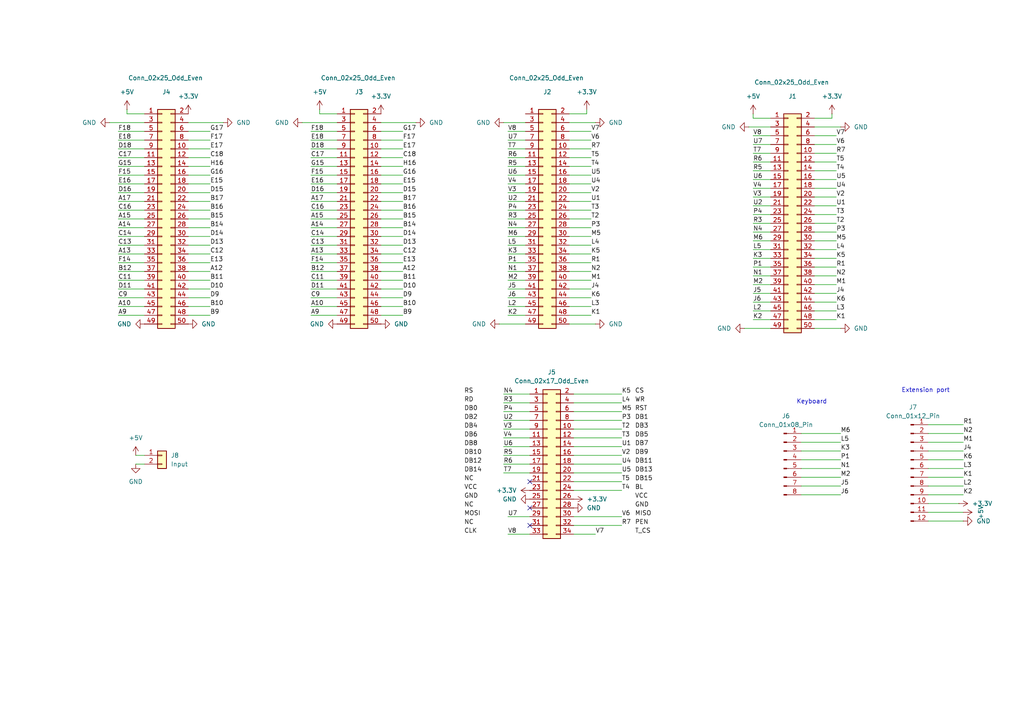
<source format=kicad_sch>
(kicad_sch (version 20231120) (generator "eeschema") (generator_version "8.0")
  (paper "A4")
  (lib_symbols
    (symbol "Connector:Conn_01x08_Pin" (pin_names (offset 1.016) hide)
      (property "Reference" "J" (at 0 10.16 0))
      (property "Value" "Conn_01x08_Pin" (at 0 -12.7 0))
      (symbol "Conn_01x08_Pin_1_1"
        (polyline (pts (xy 1.27 -10.16) (xy 0.8636 -10.16)) (stroke (width 0.1524)))
        (polyline (pts (xy 1.27 -7.62) (xy 0.8636 -7.62)) (stroke (width 0.1524)))
        (polyline (pts (xy 1.27 -5.08) (xy 0.8636 -5.08)) (stroke (width 0.1524)))
        (polyline (pts (xy 1.27 -2.54) (xy 0.8636 -2.54)) (stroke (width 0.1524)))
        (polyline (pts (xy 1.27 0) (xy 0.8636 0)) (stroke (width 0.1524)))
        (polyline (pts (xy 1.27 2.54) (xy 0.8636 2.54)) (stroke (width 0.1524)))
        (polyline (pts (xy 1.27 5.08) (xy 0.8636 5.08)) (stroke (width 0.1524)))
        (polyline (pts (xy 1.27 7.62) (xy 0.8636 7.62)) (stroke (width 0.1524)))
        (rectangle (start 0.8636 -10.033) (end 0 -10.287) (stroke (width 0.1524)) (fill (type outline)))
        (rectangle (start 0.8636 -7.493) (end 0 -7.747) (stroke (width 0.1524)) (fill (type outline)))
        (rectangle (start 0.8636 -4.953) (end 0 -5.207) (stroke (width 0.1524)) (fill (type outline)))
        (rectangle (start 0.8636 -2.413) (end 0 -2.667) (stroke (width 0.1524)) (fill (type outline)))
        (rectangle (start 0.8636 0.127) (end 0 -0.127) (stroke (width 0.1524)) (fill (type outline)))
        (rectangle (start 0.8636 2.667) (end 0 2.413) (stroke (width 0.1524)) (fill (type outline)))
        (rectangle (start 0.8636 5.207) (end 0 4.953) (stroke (width 0.1524)) (fill (type outline)))
        (rectangle (start 0.8636 7.747) (end 0 7.493) (stroke (width 0.1524)) (fill (type outline)))
        (pin passive line (at 5.08 7.62 180) (length 3.81) (name "Pin_1") (number "1"))
        (pin passive line (at 5.08 5.08 180) (length 3.81) (name "Pin_2") (number "2"))
        (pin passive line (at 5.08 2.54 180) (length 3.81) (name "Pin_3") (number "3"))
        (pin passive line (at 5.08 0 180) (length 3.81) (name "Pin_4") (number "4"))
        (pin passive line (at 5.08 -2.54 180) (length 3.81) (name "Pin_5") (number "5"))
        (pin passive line (at 5.08 -5.08 180) (length 3.81) (name "Pin_6") (number "6"))
        (pin passive line (at 5.08 -7.62 180) (length 3.81) (name "Pin_7") (number "7"))
        (pin passive line (at 5.08 -10.16 180) (length 3.81) (name "Pin_8") (number "8"))
      )
    )
    (symbol "Connector:Conn_01x12_Pin" (pin_names (offset 1.016) hide)
      (property "Reference" "J" (at 0 15.24 0))
      (property "Value" "Conn_01x12_Pin" (at 0 -17.78 0))
      (symbol "Conn_01x12_Pin_1_1"
        (polyline (pts (xy 1.27 -15.24) (xy 0.8636 -15.24)) (stroke (width 0.1524)))
        (polyline (pts (xy 1.27 -12.7) (xy 0.8636 -12.7)) (stroke (width 0.1524)))
        (polyline (pts (xy 1.27 -10.16) (xy 0.8636 -10.16)) (stroke (width 0.1524)))
        (polyline (pts (xy 1.27 -7.62) (xy 0.8636 -7.62)) (stroke (width 0.1524)))
        (polyline (pts (xy 1.27 -5.08) (xy 0.8636 -5.08)) (stroke (width 0.1524)))
        (polyline (pts (xy 1.27 -2.54) (xy 0.8636 -2.54)) (stroke (width 0.1524)))
        (polyline (pts (xy 1.27 0) (xy 0.8636 0)) (stroke (width 0.1524)))
        (polyline (pts (xy 1.27 2.54) (xy 0.8636 2.54)) (stroke (width 0.1524)))
        (polyline (pts (xy 1.27 5.08) (xy 0.8636 5.08)) (stroke (width 0.1524)))
        (polyline (pts (xy 1.27 7.62) (xy 0.8636 7.62)) (stroke (width 0.1524)))
        (polyline (pts (xy 1.27 10.16) (xy 0.8636 10.16)) (stroke (width 0.1524)))
        (polyline (pts (xy 1.27 12.7) (xy 0.8636 12.7)) (stroke (width 0.1524)))
        (rectangle (start 0.8636 -15.113) (end 0 -15.367) (stroke (width 0.1524)) (fill (type outline)))
        (rectangle (start 0.8636 -12.573) (end 0 -12.827) (stroke (width 0.1524)) (fill (type outline)))
        (rectangle (start 0.8636 -10.033) (end 0 -10.287) (stroke (width 0.1524)) (fill (type outline)))
        (rectangle (start 0.8636 -7.493) (end 0 -7.747) (stroke (width 0.1524)) (fill (type outline)))
        (rectangle (start 0.8636 -4.953) (end 0 -5.207) (stroke (width 0.1524)) (fill (type outline)))
        (rectangle (start 0.8636 -2.413) (end 0 -2.667) (stroke (width 0.1524)) (fill (type outline)))
        (rectangle (start 0.8636 0.127) (end 0 -0.127) (stroke (width 0.1524)) (fill (type outline)))
        (rectangle (start 0.8636 2.667) (end 0 2.413) (stroke (width 0.1524)) (fill (type outline)))
        (rectangle (start 0.8636 5.207) (end 0 4.953) (stroke (width 0.1524)) (fill (type outline)))
        (rectangle (start 0.8636 7.747) (end 0 7.493) (stroke (width 0.1524)) (fill (type outline)))
        (rectangle (start 0.8636 10.287) (end 0 10.033) (stroke (width 0.1524)) (fill (type outline)))
        (rectangle (start 0.8636 12.827) (end 0 12.573) (stroke (width 0.1524)) (fill (type outline)))
        (pin passive line (at 5.08 12.7 180) (length 3.81) (name "Pin_1") (number "1"))
        (pin passive line (at 5.08 -10.16 180) (length 3.81) (name "Pin_10") (number "10"))
        (pin passive line (at 5.08 -12.7 180) (length 3.81) (name "Pin_11") (number "11"))
        (pin passive line (at 5.08 -15.24 180) (length 3.81) (name "Pin_12") (number "12"))
        (pin passive line (at 5.08 10.16 180) (length 3.81) (name "Pin_2") (number "2"))
        (pin passive line (at 5.08 7.62 180) (length 3.81) (name "Pin_3") (number "3"))
        (pin passive line (at 5.08 5.08 180) (length 3.81) (name "Pin_4") (number "4"))
        (pin passive line (at 5.08 2.54 180) (length 3.81) (name "Pin_5") (number "5"))
        (pin passive line (at 5.08 0 180) (length 3.81) (name "Pin_6") (number "6"))
        (pin passive line (at 5.08 -2.54 180) (length 3.81) (name "Pin_7") (number "7"))
        (pin passive line (at 5.08 -5.08 180) (length 3.81) (name "Pin_8") (number "8"))
        (pin passive line (at 5.08 -7.62 180) (length 3.81) (name "Pin_9") (number "9"))
      )
    )
    (symbol "Connector_Generic:Conn_01x02" (pin_names (offset 1.016) hide)
      (property "Reference" "J" (at 0 2.54 0))
      (property "Value" "Conn_01x02" (at 0 -5.08 0))
      (symbol "Conn_01x02_1_1"
        (rectangle (start -1.27 -2.413) (end 0 -2.667) (stroke (width 0.1524)))
        (rectangle (start -1.27 0.127) (end 0 -0.127) (stroke (width 0.1524)))
        (rectangle (start -1.27 1.27) (end 1.27 -3.81) (stroke (width 0.254)) (fill (type background)))
        (pin passive line (at -5.08 0 0) (length 3.81) (name "Pin_1") (number "1"))
        (pin passive line (at -5.08 -2.54 0) (length 3.81) (name "Pin_2") (number "2"))
      )
    )
    (symbol "Connector_Generic:Conn_02x17_Odd_Even" (pin_names (offset 1.016) hide)
      (property "Reference" "J" (at 1.27 22.86 0))
      (property "Value" "Conn_02x17_Odd_Even" (at 1.27 -22.86 0))
      (symbol "Conn_02x17_Odd_Even_1_1"
        (rectangle (start -1.27 -20.193) (end 0 -20.447) (stroke (width 0.1524)))
        (rectangle (start -1.27 -17.653) (end 0 -17.907) (stroke (width 0.1524)))
        (rectangle (start -1.27 -15.113) (end 0 -15.367) (stroke (width 0.1524)))
        (rectangle (start -1.27 -12.573) (end 0 -12.827) (stroke (width 0.1524)))
        (rectangle (start -1.27 -10.033) (end 0 -10.287) (stroke (width 0.1524)))
        (rectangle (start -1.27 -7.493) (end 0 -7.747) (stroke (width 0.1524)))
        (rectangle (start -1.27 -4.953) (end 0 -5.207) (stroke (width 0.1524)))
        (rectangle (start -1.27 -2.413) (end 0 -2.667) (stroke (width 0.1524)))
        (rectangle (start -1.27 0.127) (end 0 -0.127) (stroke (width 0.1524)))
        (rectangle (start -1.27 2.667) (end 0 2.413) (stroke (width 0.1524)))
        (rectangle (start -1.27 5.207) (end 0 4.953) (stroke (width 0.1524)))
        (rectangle (start -1.27 7.747) (end 0 7.493) (stroke (width 0.1524)))
        (rectangle (start -1.27 10.287) (end 0 10.033) (stroke (width 0.1524)))
        (rectangle (start -1.27 12.827) (end 0 12.573) (stroke (width 0.1524)))
        (rectangle (start -1.27 15.367) (end 0 15.113) (stroke (width 0.1524)))
        (rectangle (start -1.27 17.907) (end 0 17.653) (stroke (width 0.1524)))
        (rectangle (start -1.27 20.447) (end 0 20.193) (stroke (width 0.1524)))
        (rectangle (start -1.27 21.59) (end 3.81 -21.59) (stroke (width 0.254)) (fill (type background)))
        (rectangle (start 3.81 -20.193) (end 2.54 -20.447) (stroke (width 0.1524)))
        (rectangle (start 3.81 -17.653) (end 2.54 -17.907) (stroke (width 0.1524)))
        (rectangle (start 3.81 -15.113) (end 2.54 -15.367) (stroke (width 0.1524)))
        (rectangle (start 3.81 -12.573) (end 2.54 -12.827) (stroke (width 0.1524)))
        (rectangle (start 3.81 -10.033) (end 2.54 -10.287) (stroke (width 0.1524)))
        (rectangle (start 3.81 -7.493) (end 2.54 -7.747) (stroke (width 0.1524)))
        (rectangle (start 3.81 -4.953) (end 2.54 -5.207) (stroke (width 0.1524)))
        (rectangle (start 3.81 -2.413) (end 2.54 -2.667) (stroke (width 0.1524)))
        (rectangle (start 3.81 0.127) (end 2.54 -0.127) (stroke (width 0.1524)))
        (rectangle (start 3.81 2.667) (end 2.54 2.413) (stroke (width 0.1524)))
        (rectangle (start 3.81 5.207) (end 2.54 4.953) (stroke (width 0.1524)))
        (rectangle (start 3.81 7.747) (end 2.54 7.493) (stroke (width 0.1524)))
        (rectangle (start 3.81 10.287) (end 2.54 10.033) (stroke (width 0.1524)))
        (rectangle (start 3.81 12.827) (end 2.54 12.573) (stroke (width 0.1524)))
        (rectangle (start 3.81 15.367) (end 2.54 15.113) (stroke (width 0.1524)))
        (rectangle (start 3.81 17.907) (end 2.54 17.653) (stroke (width 0.1524)))
        (rectangle (start 3.81 20.447) (end 2.54 20.193) (stroke (width 0.1524)))
        (pin passive line (at -5.08 20.32 0) (length 3.81) (name "Pin_1") (number "1"))
        (pin passive line (at 7.62 10.16 180) (length 3.81) (name "Pin_10") (number "10"))
        (pin passive line (at -5.08 7.62 0) (length 3.81) (name "Pin_11") (number "11"))
        (pin passive line (at 7.62 7.62 180) (length 3.81) (name "Pin_12") (number "12"))
        (pin passive line (at -5.08 5.08 0) (length 3.81) (name "Pin_13") (number "13"))
        (pin passive line (at 7.62 5.08 180) (length 3.81) (name "Pin_14") (number "14"))
        (pin passive line (at -5.08 2.54 0) (length 3.81) (name "Pin_15") (number "15"))
        (pin passive line (at 7.62 2.54 180) (length 3.81) (name "Pin_16") (number "16"))
        (pin passive line (at -5.08 0 0) (length 3.81) (name "Pin_17") (number "17"))
        (pin passive line (at 7.62 0 180) (length 3.81) (name "Pin_18") (number "18"))
        (pin passive line (at -5.08 -2.54 0) (length 3.81) (name "Pin_19") (number "19"))
        (pin passive line (at 7.62 20.32 180) (length 3.81) (name "Pin_2") (number "2"))
        (pin passive line (at 7.62 -2.54 180) (length 3.81) (name "Pin_20") (number "20"))
        (pin passive line (at -5.08 -5.08 0) (length 3.81) (name "Pin_21") (number "21"))
        (pin passive line (at 7.62 -5.08 180) (length 3.81) (name "Pin_22") (number "22"))
        (pin passive line (at -5.08 -7.62 0) (length 3.81) (name "Pin_23") (number "23"))
        (pin passive line (at 7.62 -7.62 180) (length 3.81) (name "Pin_24") (number "24"))
        (pin passive line (at -5.08 -10.16 0) (length 3.81) (name "Pin_25") (number "25"))
        (pin passive line (at 7.62 -10.16 180) (length 3.81) (name "Pin_26") (number "26"))
        (pin passive line (at -5.08 -12.7 0) (length 3.81) (name "Pin_27") (number "27"))
        (pin passive line (at 7.62 -12.7 180) (length 3.81) (name "Pin_28") (number "28"))
        (pin passive line (at -5.08 -15.24 0) (length 3.81) (name "Pin_29") (number "29"))
        (pin passive line (at -5.08 17.78 0) (length 3.81) (name "Pin_3") (number "3"))
        (pin passive line (at 7.62 -15.24 180) (length 3.81) (name "Pin_30") (number "30"))
        (pin passive line (at -5.08 -17.78 0) (length 3.81) (name "Pin_31") (number "31"))
        (pin passive line (at 7.62 -17.78 180) (length 3.81) (name "Pin_32") (number "32"))
        (pin passive line (at -5.08 -20.32 0) (length 3.81) (name "Pin_33") (number "33"))
        (pin passive line (at 7.62 -20.32 180) (length 3.81) (name "Pin_34") (number "34"))
        (pin passive line (at 7.62 17.78 180) (length 3.81) (name "Pin_4") (number "4"))
        (pin passive line (at -5.08 15.24 0) (length 3.81) (name "Pin_5") (number "5"))
        (pin passive line (at 7.62 15.24 180) (length 3.81) (name "Pin_6") (number "6"))
        (pin passive line (at -5.08 12.7 0) (length 3.81) (name "Pin_7") (number "7"))
        (pin passive line (at 7.62 12.7 180) (length 3.81) (name "Pin_8") (number "8"))
        (pin passive line (at -5.08 10.16 0) (length 3.81) (name "Pin_9") (number "9"))
      )
    )
    (symbol "Connector_Generic:Conn_02x25_Odd_Even" (pin_names (offset 1.016) hide)
      (property "Reference" "J" (at 1.27 33.02 0))
      (property "Value" "Conn_02x25_Odd_Even" (at 1.27 -33.02 0))
      (symbol "Conn_02x25_Odd_Even_1_1"
        (rectangle (start -1.27 -30.353) (end 0 -30.607) (stroke (width 0.1524)))
        (rectangle (start -1.27 -27.813) (end 0 -28.067) (stroke (width 0.1524)))
        (rectangle (start -1.27 -25.273) (end 0 -25.527) (stroke (width 0.1524)))
        (rectangle (start -1.27 -22.733) (end 0 -22.987) (stroke (width 0.1524)))
        (rectangle (start -1.27 -20.193) (end 0 -20.447) (stroke (width 0.1524)))
        (rectangle (start -1.27 -17.653) (end 0 -17.907) (stroke (width 0.1524)))
        (rectangle (start -1.27 -15.113) (end 0 -15.367) (stroke (width 0.1524)))
        (rectangle (start -1.27 -12.573) (end 0 -12.827) (stroke (width 0.1524)))
        (rectangle (start -1.27 -10.033) (end 0 -10.287) (stroke (width 0.1524)))
        (rectangle (start -1.27 -7.493) (end 0 -7.747) (stroke (width 0.1524)))
        (rectangle (start -1.27 -4.953) (end 0 -5.207) (stroke (width 0.1524)))
        (rectangle (start -1.27 -2.413) (end 0 -2.667) (stroke (width 0.1524)))
        (rectangle (start -1.27 0.127) (end 0 -0.127) (stroke (width 0.1524)))
        (rectangle (start -1.27 2.667) (end 0 2.413) (stroke (width 0.1524)))
        (rectangle (start -1.27 5.207) (end 0 4.953) (stroke (width 0.1524)))
        (rectangle (start -1.27 7.747) (end 0 7.493) (stroke (width 0.1524)))
        (rectangle (start -1.27 10.287) (end 0 10.033) (stroke (width 0.1524)))
        (rectangle (start -1.27 12.827) (end 0 12.573) (stroke (width 0.1524)))
        (rectangle (start -1.27 15.367) (end 0 15.113) (stroke (width 0.1524)))
        (rectangle (start -1.27 17.907) (end 0 17.653) (stroke (width 0.1524)))
        (rectangle (start -1.27 20.447) (end 0 20.193) (stroke (width 0.1524)))
        (rectangle (start -1.27 22.987) (end 0 22.733) (stroke (width 0.1524)))
        (rectangle (start -1.27 25.527) (end 0 25.273) (stroke (width 0.1524)))
        (rectangle (start -1.27 28.067) (end 0 27.813) (stroke (width 0.1524)))
        (rectangle (start -1.27 30.607) (end 0 30.353) (stroke (width 0.1524)))
        (rectangle (start -1.27 31.75) (end 3.81 -31.75) (stroke (width 0.254)) (fill (type background)))
        (rectangle (start 3.81 -30.353) (end 2.54 -30.607) (stroke (width 0.1524)))
        (rectangle (start 3.81 -27.813) (end 2.54 -28.067) (stroke (width 0.1524)))
        (rectangle (start 3.81 -25.273) (end 2.54 -25.527) (stroke (width 0.1524)))
        (rectangle (start 3.81 -22.733) (end 2.54 -22.987) (stroke (width 0.1524)))
        (rectangle (start 3.81 -20.193) (end 2.54 -20.447) (stroke (width 0.1524)))
        (rectangle (start 3.81 -17.653) (end 2.54 -17.907) (stroke (width 0.1524)))
        (rectangle (start 3.81 -15.113) (end 2.54 -15.367) (stroke (width 0.1524)))
        (rectangle (start 3.81 -12.573) (end 2.54 -12.827) (stroke (width 0.1524)))
        (rectangle (start 3.81 -10.033) (end 2.54 -10.287) (stroke (width 0.1524)))
        (rectangle (start 3.81 -7.493) (end 2.54 -7.747) (stroke (width 0.1524)))
        (rectangle (start 3.81 -4.953) (end 2.54 -5.207) (stroke (width 0.1524)))
        (rectangle (start 3.81 -2.413) (end 2.54 -2.667) (stroke (width 0.1524)))
        (rectangle (start 3.81 0.127) (end 2.54 -0.127) (stroke (width 0.1524)))
        (rectangle (start 3.81 2.667) (end 2.54 2.413) (stroke (width 0.1524)))
        (rectangle (start 3.81 5.207) (end 2.54 4.953) (stroke (width 0.1524)))
        (rectangle (start 3.81 7.747) (end 2.54 7.493) (stroke (width 0.1524)))
        (rectangle (start 3.81 10.287) (end 2.54 10.033) (stroke (width 0.1524)))
        (rectangle (start 3.81 12.827) (end 2.54 12.573) (stroke (width 0.1524)))
        (rectangle (start 3.81 15.367) (end 2.54 15.113) (stroke (width 0.1524)))
        (rectangle (start 3.81 17.907) (end 2.54 17.653) (stroke (width 0.1524)))
        (rectangle (start 3.81 20.447) (end 2.54 20.193) (stroke (width 0.1524)))
        (rectangle (start 3.81 22.987) (end 2.54 22.733) (stroke (width 0.1524)))
        (rectangle (start 3.81 25.527) (end 2.54 25.273) (stroke (width 0.1524)))
        (rectangle (start 3.81 28.067) (end 2.54 27.813) (stroke (width 0.1524)))
        (rectangle (start 3.81 30.607) (end 2.54 30.353) (stroke (width 0.1524)))
        (pin passive line (at -5.08 30.48 0) (length 3.81) (name "Pin_1") (number "1"))
        (pin passive line (at 7.62 20.32 180) (length 3.81) (name "Pin_10") (number "10"))
        (pin passive line (at -5.08 17.78 0) (length 3.81) (name "Pin_11") (number "11"))
        (pin passive line (at 7.62 17.78 180) (length 3.81) (name "Pin_12") (number "12"))
        (pin passive line (at -5.08 15.24 0) (length 3.81) (name "Pin_13") (number "13"))
        (pin passive line (at 7.62 15.24 180) (length 3.81) (name "Pin_14") (number "14"))
        (pin passive line (at -5.08 12.7 0) (length 3.81) (name "Pin_15") (number "15"))
        (pin passive line (at 7.62 12.7 180) (length 3.81) (name "Pin_16") (number "16"))
        (pin passive line (at -5.08 10.16 0) (length 3.81) (name "Pin_17") (number "17"))
        (pin passive line (at 7.62 10.16 180) (length 3.81) (name "Pin_18") (number "18"))
        (pin passive line (at -5.08 7.62 0) (length 3.81) (name "Pin_19") (number "19"))
        (pin passive line (at 7.62 30.48 180) (length 3.81) (name "Pin_2") (number "2"))
        (pin passive line (at 7.62 7.62 180) (length 3.81) (name "Pin_20") (number "20"))
        (pin passive line (at -5.08 5.08 0) (length 3.81) (name "Pin_21") (number "21"))
        (pin passive line (at 7.62 5.08 180) (length 3.81) (name "Pin_22") (number "22"))
        (pin passive line (at -5.08 2.54 0) (length 3.81) (name "Pin_23") (number "23"))
        (pin passive line (at 7.62 2.54 180) (length 3.81) (name "Pin_24") (number "24"))
        (pin passive line (at -5.08 0 0) (length 3.81) (name "Pin_25") (number "25"))
        (pin passive line (at 7.62 0 180) (length 3.81) (name "Pin_26") (number "26"))
        (pin passive line (at -5.08 -2.54 0) (length 3.81) (name "Pin_27") (number "27"))
        (pin passive line (at 7.62 -2.54 180) (length 3.81) (name "Pin_28") (number "28"))
        (pin passive line (at -5.08 -5.08 0) (length 3.81) (name "Pin_29") (number "29"))
        (pin passive line (at -5.08 27.94 0) (length 3.81) (name "Pin_3") (number "3"))
        (pin passive line (at 7.62 -5.08 180) (length 3.81) (name "Pin_30") (number "30"))
        (pin passive line (at -5.08 -7.62 0) (length 3.81) (name "Pin_31") (number "31"))
        (pin passive line (at 7.62 -7.62 180) (length 3.81) (name "Pin_32") (number "32"))
        (pin passive line (at -5.08 -10.16 0) (length 3.81) (name "Pin_33") (number "33"))
        (pin passive line (at 7.62 -10.16 180) (length 3.81) (name "Pin_34") (number "34"))
        (pin passive line (at -5.08 -12.7 0) (length 3.81) (name "Pin_35") (number "35"))
        (pin passive line (at 7.62 -12.7 180) (length 3.81) (name "Pin_36") (number "36"))
        (pin passive line (at -5.08 -15.24 0) (length 3.81) (name "Pin_37") (number "37"))
        (pin passive line (at 7.62 -15.24 180) (length 3.81) (name "Pin_38") (number "38"))
        (pin passive line (at -5.08 -17.78 0) (length 3.81) (name "Pin_39") (number "39"))
        (pin passive line (at 7.62 27.94 180) (length 3.81) (name "Pin_4") (number "4"))
        (pin passive line (at 7.62 -17.78 180) (length 3.81) (name "Pin_40") (number "40"))
        (pin passive line (at -5.08 -20.32 0) (length 3.81) (name "Pin_41") (number "41"))
        (pin passive line (at 7.62 -20.32 180) (length 3.81) (name "Pin_42") (number "42"))
        (pin passive line (at -5.08 -22.86 0) (length 3.81) (name "Pin_43") (number "43"))
        (pin passive line (at 7.62 -22.86 180) (length 3.81) (name "Pin_44") (number "44"))
        (pin passive line (at -5.08 -25.4 0) (length 3.81) (name "Pin_45") (number "45"))
        (pin passive line (at 7.62 -25.4 180) (length 3.81) (name "Pin_46") (number "46"))
        (pin passive line (at -5.08 -27.94 0) (length 3.81) (name "Pin_47") (number "47"))
        (pin passive line (at 7.62 -27.94 180) (length 3.81) (name "Pin_48") (number "48"))
        (pin passive line (at -5.08 -30.48 0) (length 3.81) (name "Pin_49") (number "49"))
        (pin passive line (at -5.08 25.4 0) (length 3.81) (name "Pin_5") (number "5"))
        (pin passive line (at 7.62 -30.48 180) (length 3.81) (name "Pin_50") (number "50"))
        (pin passive line (at 7.62 25.4 180) (length 3.81) (name "Pin_6") (number "6"))
        (pin passive line (at -5.08 22.86 0) (length 3.81) (name "Pin_7") (number "7"))
        (pin passive line (at 7.62 22.86 180) (length 3.81) (name "Pin_8") (number "8"))
        (pin passive line (at -5.08 20.32 0) (length 3.81) (name "Pin_9") (number "9"))
      )
    )
    (symbol "power:+3.3V" (power) (pin_numbers hide) (pin_names (offset 0) hide)
      (property "Value" "+3.3V" (at 0 3.556 0))
      (symbol "+3.3V_0_1"
        (polyline (pts (xy -0.762 1.27) (xy 0 2.54)))
        (polyline (pts (xy 0 0) (xy 0 2.54)))
        (polyline (pts (xy 0 2.54) (xy 0.762 1.27)))
      )
      (symbol "+3.3V_1_1"
        (pin power_in line (at 0 0 90) (length 0) (name "~") (number "1"))
      )
    )
    (symbol "power:+5V" (power) (pin_numbers hide) (pin_names (offset 0) hide)
      (property "Value" "+5V" (at 0 3.556 0))
      (symbol "+5V_0_1"
        (polyline (pts (xy -0.762 1.27) (xy 0 2.54)))
        (polyline (pts (xy 0 0) (xy 0 2.54)))
        (polyline (pts (xy 0 2.54) (xy 0.762 1.27)))
      )
      (symbol "+5V_1_1"
        (pin power_in line (at 0 0 90) (length 0) (name "~") (number "1"))
      )
    )
    (symbol "power:GND" (power) (pin_numbers hide) (pin_names (offset 0) hide)
      (property "Value" "GND" (at 0 -3.81 0))
      (symbol "GND_0_1"
        (polyline (pts (xy 0 0) (xy 0 -1.27) (xy 1.27 -1.27) (xy 0 -2.54) (xy -1.27 -1.27) (xy 0 -1.27)))
      )
      (symbol "GND_1_1"
        (pin power_in line (at 0 0 270) (length 0) (name "~") (number "1"))
      )
    )
  )
  (no_connect (at 153.67 147.32))
  (no_connect (at 153.67 152.4))
  (no_connect (at 153.67 139.7))
  (wire (pts (xy 279.4 123.19) (xy 269.24 123.19)))
  (wire (pts (xy 147.32 83.82) (xy 152.4 83.82)))
  (wire (pts (xy 116.84 78.74) (xy 110.49 78.74)))
  (wire (pts (xy 116.84 73.66) (xy 110.49 73.66)))
  (wire (pts (xy 90.17 71.12) (xy 97.79 71.12)))
  (wire (pts (xy 60.96 55.88) (xy 54.61 55.88)))
  (wire (pts (xy 180.34 152.4) (xy 166.37 152.4)))
  (wire (pts (xy 90.17 88.9) (xy 97.79 88.9)))
  (wire (pts (xy 171.45 40.64) (xy 165.1 40.64)))
  (wire (pts (xy 34.29 53.34) (xy 41.91 53.34)))
  (wire (pts (xy 223.52 34.29) (xy 218.44 34.29)))
  (wire (pts (xy 146.05 137.16) (xy 153.67 137.16)))
  (wire (pts (xy 166.37 121.92) (xy 180.34 121.92)))
  (wire (pts (xy 34.29 45.72) (xy 41.91 45.72)))
  (wire (pts (xy 147.32 76.2) (xy 152.4 76.2)))
  (wire (pts (xy 34.29 48.26) (xy 41.91 48.26)))
  (wire (pts (xy 90.17 38.1) (xy 97.79 38.1)))
  (wire (pts (xy 116.84 76.2) (xy 110.49 76.2)))
  (wire (pts (xy 34.29 78.74) (xy 41.91 78.74)))
  (wire (pts (xy 147.32 58.42) (xy 152.4 58.42)))
  (wire (pts (xy 146.05 114.3) (xy 153.67 114.3)))
  (wire (pts (xy 147.32 81.28) (xy 152.4 81.28)))
  (wire (pts (xy 60.96 81.28) (xy 54.61 81.28)))
  (wire (pts (xy 147.32 40.64) (xy 152.4 40.64)))
  (wire (pts (xy 34.29 68.58) (xy 41.91 68.58)))
  (wire (pts (xy 60.96 86.36) (xy 54.61 86.36)))
  (wire (pts (xy 116.84 50.8) (xy 110.49 50.8)))
  (wire (pts (xy 171.45 50.8) (xy 165.1 50.8)))
  (wire (pts (xy 90.17 48.26) (xy 97.79 48.26)))
  (wire (pts (xy 60.96 76.2) (xy 54.61 76.2)))
  (wire (pts (xy 60.96 60.96) (xy 54.61 60.96)))
  (wire (pts (xy 146.05 134.62) (xy 153.67 134.62)))
  (wire (pts (xy 241.3 34.29) (xy 236.22 34.29)))
  (wire (pts (xy 243.84 130.81) (xy 232.41 130.81)))
  (wire (pts (xy 90.17 68.58) (xy 97.79 68.58)))
  (wire (pts (xy 171.45 78.74) (xy 165.1 78.74)))
  (wire (pts (xy 116.84 63.5) (xy 110.49 63.5)))
  (wire (pts (xy 60.96 91.44) (xy 54.61 91.44)))
  (wire (pts (xy 116.84 43.18) (xy 110.49 43.18)))
  (wire (pts (xy 279.4 143.51) (xy 269.24 143.51)))
  (wire (pts (xy 243.84 95.25) (xy 236.22 95.25)))
  (wire (pts (xy 147.32 73.66) (xy 152.4 73.66)))
  (wire (pts (xy 279.4 135.89) (xy 269.24 135.89)))
  (wire (pts (xy 116.84 66.04) (xy 110.49 66.04)))
  (wire (pts (xy 171.45 76.2) (xy 165.1 76.2)))
  (wire (pts (xy 120.65 35.56) (xy 110.49 35.56)))
  (wire (pts (xy 116.84 88.9) (xy 110.49 88.9)))
  (wire (pts (xy 172.72 35.56) (xy 165.1 35.56)))
  (wire (pts (xy 243.84 125.73) (xy 232.41 125.73)))
  (wire (pts (xy 241.3 33.02) (xy 241.3 34.29)))
  (wire (pts (xy 242.57 59.69) (xy 236.22 59.69)))
  (wire (pts (xy 242.57 72.39) (xy 236.22 72.39)))
  (wire (pts (xy 60.96 48.26) (xy 54.61 48.26)))
  (wire (pts (xy 218.44 87.63) (xy 223.52 87.63)))
  (wire (pts (xy 171.45 53.34) (xy 165.1 53.34)))
  (wire (pts (xy 146.05 132.08) (xy 153.67 132.08)))
  (wire (pts (xy 242.57 39.37) (xy 236.22 39.37)))
  (wire (pts (xy 180.34 139.7) (xy 166.37 139.7)))
  (wire (pts (xy 90.17 81.28) (xy 97.79 81.28)))
  (wire (pts (xy 279.4 133.35) (xy 269.24 133.35)))
  (wire (pts (xy 180.34 129.54) (xy 166.37 129.54)))
  (wire (pts (xy 172.72 93.98) (xy 165.1 93.98)))
  (wire (pts (xy 147.32 86.36) (xy 152.4 86.36)))
  (wire (pts (xy 116.84 83.82) (xy 110.49 83.82)))
  (wire (pts (xy 218.44 90.17) (xy 223.52 90.17)))
  (wire (pts (xy 279.4 138.43) (xy 269.24 138.43)))
  (wire (pts (xy 116.84 71.12) (xy 110.49 71.12)))
  (wire (pts (xy 243.84 128.27) (xy 232.41 128.27)))
  (wire (pts (xy 218.44 72.39) (xy 223.52 72.39)))
  (wire (pts (xy 171.45 38.1) (xy 165.1 38.1)))
  (wire (pts (xy 279.4 148.59) (xy 269.24 148.59)))
  (wire (pts (xy 60.96 53.34) (xy 54.61 53.34)))
  (wire (pts (xy 64.77 35.56) (xy 54.61 35.56)))
  (wire (pts (xy 242.57 52.07) (xy 236.22 52.07)))
  (wire (pts (xy 34.29 58.42) (xy 41.91 58.42)))
  (wire (pts (xy 147.32 88.9) (xy 152.4 88.9)))
  (wire (pts (xy 90.17 60.96) (xy 97.79 60.96)))
  (wire (pts (xy 218.44 64.77) (xy 223.52 64.77)))
  (wire (pts (xy 34.29 38.1) (xy 41.91 38.1)))
  (wire (pts (xy 34.29 40.64) (xy 41.91 40.64)))
  (wire (pts (xy 147.32 45.72) (xy 152.4 45.72)))
  (wire (pts (xy 90.17 53.34) (xy 97.79 53.34)))
  (wire (pts (xy 60.96 88.9) (xy 54.61 88.9)))
  (wire (pts (xy 242.57 90.17) (xy 236.22 90.17)))
  (wire (pts (xy 60.96 40.64) (xy 54.61 40.64)))
  (wire (pts (xy 34.29 76.2) (xy 41.91 76.2)))
  (wire (pts (xy 34.29 71.12) (xy 41.91 71.12)))
  (wire (pts (xy 170.18 31.75) (xy 170.18 33.02)))
  (wire (pts (xy 171.45 91.44) (xy 165.1 91.44)))
  (wire (pts (xy 166.37 119.38) (xy 180.34 119.38)))
  (wire (pts (xy 242.57 46.99) (xy 236.22 46.99)))
  (wire (pts (xy 90.17 83.82) (xy 97.79 83.82)))
  (wire (pts (xy 116.84 38.1) (xy 110.49 38.1)))
  (wire (pts (xy 34.29 50.8) (xy 41.91 50.8)))
  (wire (pts (xy 90.17 58.42) (xy 97.79 58.42)))
  (wire (pts (xy 242.57 82.55) (xy 236.22 82.55)))
  (wire (pts (xy 147.32 68.58) (xy 152.4 68.58)))
  (wire (pts (xy 180.34 132.08) (xy 166.37 132.08)))
  (wire (pts (xy 180.34 116.84) (xy 166.37 116.84)))
  (wire (pts (xy 147.32 63.5) (xy 152.4 63.5)))
  (wire (pts (xy 90.17 50.8) (xy 97.79 50.8)))
  (wire (pts (xy 242.57 74.93) (xy 236.22 74.93)))
  (wire (pts (xy 171.45 55.88) (xy 165.1 55.88)))
  (wire (pts (xy 34.29 83.82) (xy 41.91 83.82)))
  (wire (pts (xy 34.29 81.28) (xy 41.91 81.28)))
  (wire (pts (xy 242.57 77.47) (xy 236.22 77.47)))
  (wire (pts (xy 116.84 40.64) (xy 110.49 40.64)))
  (wire (pts (xy 170.18 33.02) (xy 165.1 33.02)))
  (wire (pts (xy 116.84 58.42) (xy 110.49 58.42)))
  (wire (pts (xy 242.57 41.91) (xy 236.22 41.91)))
  (wire (pts (xy 171.45 60.96) (xy 165.1 60.96)))
  (wire (pts (xy 90.17 43.18) (xy 97.79 43.18)))
  (wire (pts (xy 146.05 35.56) (xy 152.4 35.56)))
  (wire (pts (xy 90.17 91.44) (xy 97.79 91.44)))
  (wire (pts (xy 218.44 46.99) (xy 223.52 46.99)))
  (wire (pts (xy 242.57 57.15) (xy 236.22 57.15)))
  (wire (pts (xy 90.17 55.88) (xy 97.79 55.88)))
  (wire (pts (xy 242.57 87.63) (xy 236.22 87.63)))
  (wire (pts (xy 31.75 35.56) (xy 41.91 35.56)))
  (wire (pts (xy 171.45 48.26) (xy 165.1 48.26)))
  (wire (pts (xy 215.9 95.25) (xy 223.52 95.25)))
  (wire (pts (xy 60.96 38.1) (xy 54.61 38.1)))
  (wire (pts (xy 242.57 54.61) (xy 236.22 54.61)))
  (wire (pts (xy 116.84 53.34) (xy 110.49 53.34)))
  (wire (pts (xy 218.44 74.93) (xy 223.52 74.93)))
  (wire (pts (xy 41.91 134.62) (xy 39.37 134.62)))
  (wire (pts (xy 146.05 121.92) (xy 153.67 121.92)))
  (wire (pts (xy 171.45 81.28) (xy 165.1 81.28)))
  (wire (pts (xy 243.84 143.51) (xy 232.41 143.51)))
  (wire (pts (xy 90.17 78.74) (xy 97.79 78.74)))
  (wire (pts (xy 171.45 63.5) (xy 165.1 63.5)))
  (wire (pts (xy 34.29 86.36) (xy 41.91 86.36)))
  (wire (pts (xy 218.44 82.55) (xy 223.52 82.55)))
  (wire (pts (xy 171.45 86.36) (xy 165.1 86.36)))
  (wire (pts (xy 90.17 86.36) (xy 97.79 86.36)))
  (wire (pts (xy 180.34 124.46) (xy 166.37 124.46)))
  (wire (pts (xy 180.34 134.62) (xy 166.37 134.62)))
  (wire (pts (xy 90.17 63.5) (xy 97.79 63.5)))
  (wire (pts (xy 218.44 34.29) (xy 218.44 33.02)))
  (wire (pts (xy 180.34 137.16) (xy 166.37 137.16)))
  (wire (pts (xy 90.17 40.64) (xy 97.79 40.64)))
  (wire (pts (xy 279.4 125.73) (xy 269.24 125.73)))
  (wire (pts (xy 34.29 60.96) (xy 41.91 60.96)))
  (wire (pts (xy 60.96 63.5) (xy 54.61 63.5)))
  (wire (pts (xy 172.72 154.94) (xy 166.37 154.94)))
  (wire (pts (xy 147.32 78.74) (xy 152.4 78.74)))
  (wire (pts (xy 278.13 146.05) (xy 269.24 146.05)))
  (wire (pts (xy 147.32 55.88) (xy 152.4 55.88)))
  (wire (pts (xy 147.32 71.12) (xy 152.4 71.12)))
  (wire (pts (xy 147.32 154.94) (xy 153.67 154.94)))
  (wire (pts (xy 218.44 92.71) (xy 223.52 92.71)))
  (wire (pts (xy 90.17 45.72) (xy 97.79 45.72)))
  (wire (pts (xy 218.44 80.01) (xy 223.52 80.01)))
  (wire (pts (xy 34.29 73.66) (xy 41.91 73.66)))
  (wire (pts (xy 180.34 114.3) (xy 166.37 114.3)))
  (wire (pts (xy 147.32 91.44) (xy 152.4 91.44)))
  (wire (pts (xy 243.84 135.89) (xy 232.41 135.89)))
  (wire (pts (xy 218.44 67.31) (xy 223.52 67.31)))
  (wire (pts (xy 218.44 62.23) (xy 223.52 62.23)))
  (wire (pts (xy 60.96 58.42) (xy 54.61 58.42)))
  (wire (pts (xy 242.57 49.53) (xy 236.22 49.53)))
  (wire (pts (xy 171.45 45.72) (xy 165.1 45.72)))
  (wire (pts (xy 60.96 71.12) (xy 54.61 71.12)))
  (wire (pts (xy 116.84 86.36) (xy 110.49 86.36)))
  (wire (pts (xy 171.45 58.42) (xy 165.1 58.42)))
  (wire (pts (xy 147.32 38.1) (xy 152.4 38.1)))
  (wire (pts (xy 242.57 85.09) (xy 236.22 85.09)))
  (wire (pts (xy 171.45 43.18) (xy 165.1 43.18)))
  (wire (pts (xy 217.17 36.83) (xy 223.52 36.83)))
  (wire (pts (xy 146.05 129.54) (xy 153.67 129.54)))
  (wire (pts (xy 243.84 133.35) (xy 232.41 133.35)))
  (wire (pts (xy 279.4 151.13) (xy 269.24 151.13)))
  (wire (pts (xy 147.32 50.8) (xy 152.4 50.8)))
  (wire (pts (xy 146.05 127) (xy 153.67 127)))
  (wire (pts (xy 279.4 130.81) (xy 269.24 130.81)))
  (wire (pts (xy 171.45 88.9) (xy 165.1 88.9)))
  (wire (pts (xy 34.29 63.5) (xy 41.91 63.5)))
  (wire (pts (xy 147.32 43.18) (xy 152.4 43.18)))
  (wire (pts (xy 146.05 116.84) (xy 153.67 116.84)))
  (wire (pts (xy 97.79 33.02) (xy 92.71 33.02)))
  (wire (pts (xy 90.17 76.2) (xy 97.79 76.2)))
  (wire (pts (xy 116.84 91.44) (xy 110.49 91.44)))
  (wire (pts (xy 242.57 92.71) (xy 236.22 92.71)))
  (wire (pts (xy 218.44 49.53) (xy 223.52 49.53)))
  (wire (pts (xy 147.32 66.04) (xy 152.4 66.04)))
  (wire (pts (xy 242.57 69.85) (xy 236.22 69.85)))
  (wire (pts (xy 242.57 62.23) (xy 236.22 62.23)))
  (wire (pts (xy 242.57 67.31) (xy 236.22 67.31)))
  (wire (pts (xy 41.91 33.02) (xy 36.83 33.02)))
  (wire (pts (xy 60.96 68.58) (xy 54.61 68.58)))
  (wire (pts (xy 147.32 48.26) (xy 152.4 48.26)))
  (wire (pts (xy 116.84 60.96) (xy 110.49 60.96)))
  (wire (pts (xy 218.44 52.07) (xy 223.52 52.07)))
  (wire (pts (xy 171.45 66.04) (xy 165.1 66.04)))
  (wire (pts (xy 171.45 73.66) (xy 165.1 73.66)))
  (wire (pts (xy 180.34 142.24) (xy 166.37 142.24)))
  (wire (pts (xy 218.44 39.37) (xy 223.52 39.37)))
  (wire (pts (xy 243.84 36.83) (xy 236.22 36.83)))
  (wire (pts (xy 146.05 124.46) (xy 153.67 124.46)))
  (wire (pts (xy 60.96 45.72) (xy 54.61 45.72)))
  (wire (pts (xy 60.96 66.04) (xy 54.61 66.04)))
  (wire (pts (xy 87.63 35.56) (xy 97.79 35.56)))
  (wire (pts (xy 147.32 149.86) (xy 153.67 149.86)))
  (wire (pts (xy 171.45 68.58) (xy 165.1 68.58)))
  (wire (pts (xy 60.96 83.82) (xy 54.61 83.82)))
  (wire (pts (xy 90.17 66.04) (xy 97.79 66.04)))
  (wire (pts (xy 34.29 88.9) (xy 41.91 88.9)))
  (wire (pts (xy 36.83 33.02) (xy 36.83 31.75)))
  (wire (pts (xy 144.78 93.98) (xy 152.4 93.98)))
  (wire (pts (xy 218.44 85.09) (xy 223.52 85.09)))
  (wire (pts (xy 218.44 54.61) (xy 223.52 54.61)))
  (wire (pts (xy 279.4 128.27) (xy 269.24 128.27)))
  (wire (pts (xy 116.84 68.58) (xy 110.49 68.58)))
  (wire (pts (xy 116.84 81.28) (xy 110.49 81.28)))
  (wire (pts (xy 34.29 91.44) (xy 41.91 91.44)))
  (wire (pts (xy 116.84 55.88) (xy 110.49 55.88)))
  (wire (pts (xy 90.17 73.66) (xy 97.79 73.66)))
  (wire (pts (xy 60.96 78.74) (xy 54.61 78.74)))
  (wire (pts (xy 34.29 66.04) (xy 41.91 66.04)))
  (wire (pts (xy 180.34 149.86) (xy 166.37 149.86)))
  (wire (pts (xy 147.32 60.96) (xy 152.4 60.96)))
  (wire (pts (xy 34.29 55.88) (xy 41.91 55.88)))
  (wire (pts (xy 242.57 44.45) (xy 236.22 44.45)))
  (wire (pts (xy 116.84 45.72) (xy 110.49 45.72)))
  (wire (pts (xy 171.45 83.82) (xy 165.1 83.82)))
  (wire (pts (xy 218.44 59.69) (xy 223.52 59.69)))
  (wire (pts (xy 242.57 64.77) (xy 236.22 64.77)))
  (wire (pts (xy 218.44 44.45) (xy 223.52 44.45)))
  (wire (pts (xy 60.96 50.8) (xy 54.61 50.8)))
  (wire (pts (xy 180.34 127) (xy 166.37 127)))
  (wire (pts (xy 34.29 43.18) (xy 41.91 43.18)))
  (wire (pts (xy 41.91 132.08) (xy 39.37 132.08)))
  (wire (pts (xy 60.96 73.66) (xy 54.61 73.66)))
  (wire (pts (xy 92.71 33.02) (xy 92.71 31.75)))
  (wire (pts (xy 218.44 69.85) (xy 223.52 69.85)))
  (wire (pts (xy 218.44 57.15) (xy 223.52 57.15)))
  (wire (pts (xy 243.84 138.43) (xy 232.41 138.43)))
  (wire (pts (xy 146.05 119.38) (xy 153.67 119.38)))
  (wire (pts (xy 147.32 53.34) (xy 152.4 53.34)))
  (wire (pts (xy 218.44 77.47) (xy 223.52 77.47)))
  (wire (pts (xy 218.44 41.91) (xy 223.52 41.91)))
  (wire (pts (xy 116.84 48.26) (xy 110.49 48.26)))
  (wire (pts (xy 171.45 71.12) (xy 165.1 71.12)))
  (wire (pts (xy 60.96 43.18) (xy 54.61 43.18)))
  (wire (pts (xy 242.57 80.01) (xy 236.22 80.01)))
  (wire (pts (xy 243.84 140.97) (xy 232.41 140.97)))
  (wire (pts (xy 279.4 140.97) (xy 269.24 140.97)))
  (text "Keyboard" (at 235.458 116.586 0) (effects (font (size 1.27 1.27))))
  (text "Extension port\n" (at 268.478 113.284 0) (effects (font (size 1.27 1.27))))
  (label "M6" (at 218.44 69.85 0))
  (label "L3" (at 242.57 90.17 0))
  (label "U4" (at 180.34 134.62 0))
  (label "V8" (at 147.32 154.94 0))
  (label "V6" (at 242.57 41.91 0))
  (label "DB8" (at 134.62 129.54 0))
  (label "J4" (at 279.4 130.81 0))
  (label "L2" (at 147.32 88.9 0))
  (label "V6" (at 171.45 40.64 0))
  (label "M5" (at 180.34 119.38 0))
  (label "U6" (at 218.44 52.07 0))
  (label "U5" (at 171.45 50.8 0))
  (label "D10" (at 116.84 83.82 0))
  (label "J4" (at 242.57 85.09 0))
  (label "F14" (at 34.29 76.2 0))
  (label "K5" (at 180.34 114.3 0))
  (label "U5" (at 180.34 137.16 0))
  (label "P4" (at 147.32 60.96 0))
  (label "R3" (at 146.05 116.84 0))
  (label "N4" (at 147.32 66.04 0))
  (label "T3" (at 171.45 60.96 0))
  (label "K3" (at 147.32 73.66 0))
  (label "U1" (at 242.57 59.69 0))
  (label "VCC" (at 184.15 144.78 0))
  (label "K6" (at 171.45 86.36 0))
  (label "D13" (at 116.84 71.12 0))
  (label "B10" (at 60.96 88.9 0))
  (label "U6" (at 147.32 50.8 0))
  (label "K3" (at 218.44 74.93 0))
  (label "A12" (at 116.84 78.74 0))
  (label "U5" (at 242.57 52.07 0))
  (label "NC" (at 134.62 147.32 0))
  (label "F15" (at 90.17 50.8 0))
  (label "G16" (at 116.84 50.8 0))
  (label "L4" (at 242.57 72.39 0))
  (label "B15" (at 116.84 63.5 0))
  (label "T2" (at 180.34 124.46 0))
  (label "K5" (at 242.57 74.93 0))
  (label "V2" (at 242.57 57.15 0))
  (label "C16" (at 90.17 60.96 0))
  (label "T5" (at 180.34 139.7 0))
  (label "R1" (at 171.45 76.2 0))
  (label "M6" (at 243.84 125.73 0))
  (label "F17" (at 60.96 40.64 0))
  (label "C9" (at 34.29 86.36 0))
  (label "T2" (at 242.57 64.77 0))
  (label "E17" (at 116.84 43.18 0))
  (label "DB6" (at 134.62 127 0))
  (label "B9" (at 116.84 91.44 0))
  (label "K2" (at 147.32 91.44 0))
  (label "U2" (at 147.32 58.42 0))
  (label "M1" (at 279.4 128.27 0))
  (label "D9" (at 116.84 86.36 0))
  (label "U7" (at 147.32 40.64 0))
  (label "DB9" (at 184.15 132.08 0))
  (label "B16" (at 60.96 60.96 0))
  (label "B14" (at 116.84 66.04 0))
  (label "U1" (at 180.34 129.54 0))
  (label "D14" (at 60.96 68.58 0))
  (label "K6" (at 242.57 87.63 0))
  (label "R1" (at 279.4 123.19 0))
  (label "N1" (at 147.32 78.74 0))
  (label "B15" (at 60.96 63.5 0))
  (label "DB0" (at 134.62 119.38 0))
  (label "K5" (at 171.45 73.66 0))
  (label "D14" (at 116.84 68.58 0))
  (label "CLK" (at 134.62 154.94 0))
  (label "A9" (at 90.17 91.44 0))
  (label "D15" (at 60.96 55.88 0))
  (label "RD" (at 134.62 116.84 0))
  (label "DB1" (at 184.15 121.92 0))
  (label "E13" (at 60.96 76.2 0))
  (label "T5" (at 171.45 45.72 0))
  (label "P1" (at 218.44 77.47 0))
  (label "A15" (at 90.17 63.5 0))
  (label "U2" (at 146.05 121.92 0))
  (label "K2" (at 279.4 143.51 0))
  (label "A13" (at 90.17 73.66 0))
  (label "A17" (at 90.17 58.42 0))
  (label "A14" (at 90.17 66.04 0))
  (label "NC" (at 134.62 152.4 0))
  (label "E16" (at 34.29 53.34 0))
  (label "J5" (at 218.44 85.09 0))
  (label "U4" (at 242.57 54.61 0))
  (label "P3" (at 171.45 66.04 0))
  (label "H16" (at 116.84 48.26 0))
  (label "G17" (at 116.84 38.1 0))
  (label "C13" (at 34.29 71.12 0))
  (label "C12" (at 116.84 73.66 0))
  (label "C14" (at 34.29 68.58 0))
  (label "U7" (at 147.32 149.86 0))
  (label "P4" (at 146.05 119.38 0))
  (label "R6" (at 147.32 45.72 0))
  (label "B9" (at 60.96 91.44 0))
  (label "K1" (at 171.45 91.44 0))
  (label "U2" (at 218.44 59.69 0))
  (label "L2" (at 279.4 140.97 0))
  (label "NC" (at 134.62 139.7 0))
  (label "DB3" (at 184.15 124.46 0))
  (label "T4" (at 171.45 48.26 0))
  (label "R5" (at 146.05 132.08 0))
  (label "A9" (at 34.29 91.44 0))
  (label "C12" (at 60.96 73.66 0))
  (label "J6" (at 218.44 87.63 0))
  (label "F15" (at 34.29 50.8 0))
  (label "M2" (at 147.32 81.28 0))
  (label "A17" (at 34.29 58.42 0))
  (label "A12" (at 60.96 78.74 0))
  (label "N2" (at 171.45 78.74 0))
  (label "L5" (at 243.84 128.27 0))
  (label "DB10" (at 134.62 132.08 0))
  (label "PEN" (at 184.15 152.4 0))
  (label "T3" (at 180.34 127 0))
  (label "V8" (at 218.44 39.37 0))
  (label "GND" (at 134.62 144.78 0))
  (label "D9" (at 60.96 86.36 0))
  (label "J5" (at 147.32 83.82 0))
  (label "D18" (at 34.29 43.18 0))
  (label "M5" (at 171.45 68.58 0))
  (label "J6" (at 243.84 143.51 0))
  (label "A14" (at 34.29 66.04 0))
  (label "D16" (at 34.29 55.88 0))
  (label "J4" (at 171.45 83.82 0))
  (label "B17" (at 60.96 58.42 0))
  (label "F17" (at 116.84 40.64 0))
  (label "U6" (at 146.05 129.54 0))
  (label "D18" (at 90.17 43.18 0))
  (label "D15" (at 116.84 55.88 0))
  (label "V4" (at 146.05 127 0))
  (label "L5" (at 147.32 71.12 0))
  (label "A15" (at 34.29 63.5 0))
  (label "P1" (at 147.32 76.2 0))
  (label "C9" (at 90.17 86.36 0))
  (label "DB11" (at 184.15 134.62 0))
  (label "T2" (at 171.45 63.5 0))
  (label "N1" (at 243.84 135.89 0))
  (label "C18" (at 116.84 45.72 0))
  (label "V3" (at 218.44 57.15 0))
  (label "M2" (at 218.44 82.55 0))
  (label "U7" (at 218.44 41.91 0))
  (label "L2" (at 218.44 90.17 0))
  (label "J5" (at 243.84 140.97 0))
  (label "A13" (at 34.29 73.66 0))
  (label "A10" (at 34.29 88.9 0))
  (label "MOSI" (at 134.62 149.86 0))
  (label "CS" (at 184.15 114.3 0))
  (label "K3" (at 243.84 130.81 0))
  (label "G17" (at 60.96 38.1 0))
  (label "T3" (at 242.57 62.23 0))
  (label "L4" (at 180.34 116.84 0))
  (label "DB14" (at 134.62 137.16 0))
  (label "C17" (at 90.17 45.72 0))
  (label "E15" (at 116.84 53.34 0))
  (label "R5" (at 218.44 49.53 0))
  (label "M5" (at 242.57 69.85 0))
  (label "C13" (at 90.17 71.12 0))
  (label "N4" (at 218.44 67.31 0))
  (label "E16" (at 90.17 53.34 0))
  (label "E17" (at 60.96 43.18 0))
  (label "D16" (at 90.17 55.88 0))
  (label "K1" (at 242.57 92.71 0))
  (label "WR" (at 184.15 116.84 0))
  (label "T7" (at 218.44 44.45 0))
  (label "D10" (at 60.96 83.82 0))
  (label "B12" (at 34.29 78.74 0))
  (label "V2" (at 180.34 132.08 0))
  (label "T5" (at 242.57 46.99 0))
  (label "L3" (at 279.4 135.89 0))
  (label "R6" (at 146.05 134.62 0))
  (label "D11" (at 34.29 83.82 0))
  (label "C17" (at 34.29 45.72 0))
  (label "V3" (at 147.32 55.88 0))
  (label "V6" (at 180.34 149.86 0))
  (label "C18" (at 60.96 45.72 0))
  (label "R3" (at 218.44 64.77 0))
  (label "M2" (at 243.84 138.43 0))
  (label "N1" (at 218.44 80.01 0))
  (label "P3" (at 242.57 67.31 0))
  (label "P1" (at 243.84 133.35 0))
  (label "V4" (at 218.44 54.61 0))
  (label "R6" (at 218.44 46.99 0))
  (label "U1" (at 171.45 58.42 0))
  (label "BL" (at 184.15 142.24 0))
  (label "J6" (at 147.32 86.36 0))
  (label "T4" (at 242.57 49.53 0))
  (label "T7" (at 146.05 137.16 0))
  (label "M1" (at 242.57 82.55 0))
  (label "DB4" (at 134.62 124.46 0))
  (label "L4" (at 171.45 71.12 0))
  (label "D13" (at 60.96 71.12 0))
  (label "V2" (at 171.45 55.88 0))
  (label "V7" (at 172.72 154.94 0))
  (label "T7" (at 147.32 43.18 0))
  (label "N2" (at 242.57 80.01 0))
  (label "M1" (at 171.45 81.28 0))
  (label "B16" (at 116.84 60.96 0))
  (label "T4" (at 180.34 142.24 0))
  (label "V7" (at 242.57 39.37 0))
  (label "F18" (at 90.17 38.1 0))
  (label "R5" (at 147.32 48.26 0))
  (label "M6" (at 147.32 68.58 0))
  (label "C14" (at 90.17 68.58 0))
  (label "E15" (at 60.96 53.34 0))
  (label "E13" (at 116.84 76.2 0))
  (label "C11" (at 34.29 81.28 0))
  (label "B17" (at 116.84 58.42 0))
  (label "GND" (at 184.15 147.32 0))
  (label "DB2" (at 134.62 121.92 0))
  (label "DB7" (at 184.15 129.54 0))
  (label "R7" (at 171.45 43.18 0))
  (label "V7" (at 171.45 38.1 0))
  (label "C16" (at 34.29 60.96 0))
  (label "G15" (at 34.29 48.26 0))
  (label "DB5" (at 184.15 127 0))
  (label "K6" (at 279.4 133.35 0))
  (label "N2" (at 279.4 125.73 0))
  (label "B14" (at 60.96 66.04 0))
  (label "U4" (at 171.45 53.34 0))
  (label "D11" (at 90.17 83.82 0))
  (label "K1" (at 279.4 138.43 0))
  (label "E18" (at 90.17 40.64 0))
  (label "R1" (at 242.57 77.47 0))
  (label "R7" (at 242.57 44.45 0))
  (label "L5" (at 218.44 72.39 0))
  (label "V8" (at 147.32 38.1 0))
  (label "R7" (at 180.34 152.4 0))
  (label "DB15" (at 184.15 139.7 0))
  (label "DB12" (at 134.62 134.62 0))
  (label "N4" (at 146.05 114.3 0))
  (label "F14" (at 90.17 76.2 0))
  (label "K2" (at 218.44 92.71 0))
  (label "E18" (at 34.29 40.64 0))
  (label "B12" (at 90.17 78.74 0))
  (label "G15" (at 90.17 48.26 0))
  (label "P4" (at 218.44 62.23 0))
  (label "A10" (at 90.17 88.9 0))
  (label "B11" (at 60.96 81.28 0))
  (label "B10" (at 116.84 88.9 0))
  (label "MISO" (at 184.15 149.86 0))
  (label "G16" (at 60.96 50.8 0))
  (label "V4" (at 147.32 53.34 0))
  (label "DB13" (at 184.15 137.16 0))
  (label "C11" (at 90.17 81.28 0))
  (label "VCC" (at 134.62 142.24 0))
  (label "B11" (at 116.84 81.28 0))
  (label "F18" (at 34.29 38.1 0))
  (label "L3" (at 171.45 88.9 0))
  (label "H16" (at 60.96 48.26 0))
  (label "V3" (at 146.05 124.46 0))
  (label "R3" (at 147.32 63.5 0))
  (label "T_CS" (at 184.15 154.94 0))
  (label "P3" (at 180.34 121.92 0))
  (label "RST" (at 184.15 119.38 0))
  (label "RS" (at 134.62 114.3 0))
  (symbol (lib_id "power:+5V") (at 39.37 132.08 0) (unit 1)
    (property "Reference" "#PWR032" (effects (hide yes)))
    (property "Value" "+5V" (at 39.37 127 0))
    (property "Description" "Power symbol creates a global label with name \"+5V\"" (effects (hide yes)))
  )
  (symbol (lib_id "Connector:Conn_01x08_Pin") (at 227.33 133.35 0) (unit 1)
    (property "Reference" "J6" (at 227.965 120.65 0))
    (property "Value" "Conn_01x08_Pin" (at 227.965 123.19 0))
    (property "Footprint" "Connector_PinHeader_2.54mm:PinHeader_1x08_P2.54mm_Vertical" (effects (hide yes)))
    (property "Description" "Generic connector, single row, 01x08, script generated" (effects (hide yes)))
  )
  (symbol (lib_id "power:GND") (at 64.77 35.56 90) (unit 1)
    (property "Reference" "#PWR024" (effects (hide yes)))
    (property "Value" "GND" (at 68.58 35.5599 90) (effects (justify right)))
    (property "Description" "Power symbol creates a global label with name \"GND\" , ground" (effects (hide yes)))
  )
  (symbol (lib_id "power:+5V") (at 218.44 33.02 0) (unit 1)
    (property "Reference" "#PWR03" (effects (hide yes)))
    (property "Value" "+5V" (at 218.44 27.94 0))
    (property "Description" "Power symbol creates a global label with name \"+5V\"" (effects (hide yes)))
  )
  (symbol (lib_id "power:GND") (at 39.37 134.62 0) (unit 1)
    (property "Reference" "#PWR06" (effects (hide yes)))
    (property "Value" "GND" (at 39.37 139.7 0))
    (property "Description" "Power symbol creates a global label with name \"GND\" , ground" (effects (hide yes)))
  )
  (symbol (lib_id "power:GND") (at 31.75 35.56 270) (unit 1)
    (property "Reference" "#PWR016" (effects (hide yes)))
    (property "Value" "GND" (at 27.94 35.5599 90) (effects (justify right)))
    (property "Description" "Power symbol creates a global label with name \"GND\" , ground" (effects (hide yes)))
  )
  (symbol (lib_id "power:GND") (at 54.61 93.98 90) (unit 1)
    (property "Reference" "#PWR023" (effects (hide yes)))
    (property "Value" "GND" (at 58.42 93.9799 90) (effects (justify right)))
    (property "Description" "Power symbol creates a global label with name \"GND\" , ground" (effects (hide yes)))
  )
  (symbol (lib_id "power:GND") (at 110.49 93.98 90) (unit 1)
    (property "Reference" "#PWR018" (effects (hide yes)))
    (property "Value" "GND" (at 114.3 93.9799 90) (effects (justify right)))
    (property "Description" "Power symbol creates a global label with name \"GND\" , ground" (effects (hide yes)))
  )
  (symbol (lib_id "power:+3.3V") (at 153.67 142.24 90) (unit 1)
    (property "Reference" "#PWR027" (effects (hide yes)))
    (property "Value" "+3.3V" (at 149.86 142.2399 90) (effects (justify left)))
    (property "Description" "Power symbol creates a global label with name \"+3.3V\"" (effects (hide yes)))
  )
  (symbol (lib_id "Connector_Generic:Conn_02x25_Odd_Even") (at 157.48 63.5 0) (unit 1)
    (property "Reference" "J2" (at 158.75 26.67 0))
    (property "Value" "Conn_02x25_Odd_Even" (at 158.496 22.606 0))
    (property "Footprint" "Connector_PinSocket_2.54mm:PinSocket_2x25_P2.54mm_Vertical" (effects (hide yes)))
    (property "Description" "Generic connector, double row, 02x25, odd/even pin numbering scheme (row 1 odd numbers, row 2 even numbers), script generated (kicad-library-utils/schlib/autogen/connector/)" (effects (hide yes)))
  )
  (symbol (lib_id "Connector_Generic:Conn_01x02") (at 46.99 132.08 0) (unit 1)
    (property "Reference" "J8" (at 49.53 132.0799 0) (effects (justify left)))
    (property "Value" "Input" (at 49.53 134.6199 0) (effects (justify left)))
    (property "Footprint" "Connector_Molex:Molex_Micro-Fit_3.0_43650-0215_1x02_P3.00mm_Vertical" (effects (hide yes)))
  )
  (symbol (lib_id "Connector_Generic:Conn_02x25_Odd_Even") (at 228.6 64.77 0) (unit 1)
    (property "Reference" "J1" (at 229.87 27.94 0))
    (property "Value" "Conn_02x25_Odd_Even" (at 229.616 23.876 0))
    (property "Footprint" "Connector_PinSocket_2.54mm:PinSocket_2x25_P2.54mm_Vertical" (effects (hide yes)))
    (property "Description" "Generic connector, double row, 02x25, odd/even pin numbering scheme (row 1 odd numbers, row 2 even numbers), script generated (kicad-library-utils/schlib/autogen/connector/)" (effects (hide yes)))
  )
  (symbol (lib_id "Connector_Generic:Conn_02x25_Odd_Even") (at 102.87 63.5 0) (unit 1)
    (property "Reference" "J3" (at 104.14 26.67 0))
    (property "Value" "Conn_02x25_Odd_Even" (at 103.886 22.606 0))
    (property "Footprint" "Connector_PinSocket_2.54mm:PinSocket_2x25_P2.54mm_Vertical" (effects (hide yes)))
    (property "Description" "Generic connector, double row, 02x25, odd/even pin numbering scheme (row 1 odd numbers, row 2 even numbers), script generated (kicad-library-utils/schlib/autogen/connector/)" (effects (hide yes)))
  )
  (symbol (lib_id "power:GND") (at 172.72 35.56 90) (unit 1)
    (property "Reference" "#PWR011" (effects (hide yes)))
    (property "Value" "GND" (at 176.53 35.5599 90) (effects (justify right)))
    (property "Description" "Power symbol creates a global label with name \"GND\" , ground" (effects (hide yes)))
  )
  (symbol (lib_id "Connector_Generic:Conn_02x17_Odd_Even") (at 158.75 134.62 0) (unit 1)
    (property "Reference" "J5" (at 160.02 107.95 0))
    (property "Value" "Conn_02x17_Odd_Even" (at 160.02 110.49 0))
    (property "Footprint" "Connector_PinHeader_2.54mm:PinHeader_2x17_P2.54mm_Vertical" (effects (hide yes)))
    (property "Description" "Generic connector, double row, 02x17, odd/even pin numbering scheme (row 1 odd numbers, row 2 even numbers), script generated (kicad-library-utils/schlib/autogen/connector/)" (effects (hide yes)))
  )
  (symbol (lib_id "power:+3.3V") (at 170.18 31.75 0) (unit 1)
    (property "Reference" "#PWR010" (effects (hide yes)))
    (property "Value" "+3.3V" (at 170.18 26.67 0))
    (property "Description" "Power symbol creates a global label with name \"+3.3V\"" (effects (hide yes)))
  )
  (symbol (lib_id "power:+5V") (at 279.4 148.59 270) (unit 1)
    (property "Reference" "#PWR031" (effects (hide yes)))
    (property "Value" "+5V" (at 284.48 148.59 0))
    (property "Description" "Power symbol creates a global label with name \"+5V\"" (effects (hide yes)))
  )
  (symbol (lib_id "Connector_Generic:Conn_02x25_Odd_Even") (at 46.99 63.5 0) (unit 1)
    (property "Reference" "J4" (at 48.26 26.67 0))
    (property "Value" "Conn_02x25_Odd_Even" (at 48.006 22.606 0))
    (property "Footprint" "Connector_PinSocket_2.54mm:PinSocket_2x25_P2.54mm_Vertical" (effects (hide yes)))
    (property "Description" "Generic connector, double row, 02x25, odd/even pin numbering scheme (row 1 odd numbers, row 2 even numbers), script generated (kicad-library-utils/schlib/autogen/connector/)" (effects (hide yes)))
  )
  (symbol (lib_id "power:GND") (at 215.9 95.25 270) (unit 1)
    (property "Reference" "#PWR01" (effects (hide yes)))
    (property "Value" "GND" (at 212.09 95.2499 90) (effects (justify right)))
    (property "Description" "Power symbol creates a global label with name \"GND\" , ground" (effects (hide yes)))
  )
  (symbol (lib_id "power:+5V") (at 92.71 31.75 0) (unit 1)
    (property "Reference" "#PWR014" (effects (hide yes)))
    (property "Value" "+5V" (at 92.71 26.67 0))
    (property "Description" "Power symbol creates a global label with name \"+5V\"" (effects (hide yes)))
  )
  (symbol (lib_id "power:GND") (at 166.37 147.32 90) (unit 1)
    (property "Reference" "#PWR025" (effects (hide yes)))
    (property "Value" "GND" (at 170.18 147.3199 90) (effects (justify right)))
    (property "Description" "Power symbol creates a global label with name \"GND\" , ground" (effects (hide yes)))
  )
  (symbol (lib_id "power:GND") (at 217.17 36.83 270) (unit 1)
    (property "Reference" "#PWR02" (effects (hide yes)))
    (property "Value" "GND" (at 213.36 36.8299 90) (effects (justify right)))
    (property "Description" "Power symbol creates a global label with name \"GND\" , ground" (effects (hide yes)))
  )
  (symbol (lib_id "power:GND") (at 153.67 144.78 270) (unit 1)
    (property "Reference" "#PWR026" (effects (hide yes)))
    (property "Value" "GND" (at 149.86 144.7799 90) (effects (justify right)))
    (property "Description" "Power symbol creates a global label with name \"GND\" , ground" (effects (hide yes)))
  )
  (symbol (lib_id "power:GND") (at 97.79 93.98 270) (unit 1)
    (property "Reference" "#PWR015" (effects (hide yes)))
    (property "Value" "GND" (at 93.98 93.9799 90) (effects (justify right)))
    (property "Description" "Power symbol creates a global label with name \"GND\" , ground" (effects (hide yes)))
  )
  (symbol (lib_id "power:GND") (at 243.84 36.83 90) (unit 1)
    (property "Reference" "#PWR08" (effects (hide yes)))
    (property "Value" "GND" (at 247.65 36.8299 90) (effects (justify right)))
    (property "Description" "Power symbol creates a global label with name \"GND\" , ground" (effects (hide yes)))
  )
  (symbol (lib_id "power:GND") (at 172.72 93.98 90) (unit 1)
    (property "Reference" "#PWR012" (effects (hide yes)))
    (property "Value" "GND" (at 176.53 93.9799 90) (effects (justify right)))
    (property "Description" "Power symbol creates a global label with name \"GND\" , ground" (effects (hide yes)))
  )
  (symbol (lib_id "power:+3.3V") (at 166.37 144.78 270) (unit 1)
    (property "Reference" "#PWR028" (effects (hide yes)))
    (property "Value" "+3.3V" (at 170.18 144.7799 90) (effects (justify left)))
    (property "Description" "Power symbol creates a global label with name \"+3.3V\"" (effects (hide yes)))
  )
  (symbol (lib_id "power:GND") (at 120.65 35.56 90) (unit 1)
    (property "Reference" "#PWR021" (effects (hide yes)))
    (property "Value" "GND" (at 124.46 35.5599 90) (effects (justify right)))
    (property "Description" "Power symbol creates a global label with name \"GND\" , ground" (effects (hide yes)))
  )
  (symbol (lib_id "power:GND") (at 243.84 95.25 90) (unit 1)
    (property "Reference" "#PWR09" (effects (hide yes)))
    (property "Value" "GND" (at 247.65 95.2499 90) (effects (justify right)))
    (property "Description" "Power symbol creates a global label with name \"GND\" , ground" (effects (hide yes)))
  )
  (symbol (lib_id "power:+3.3V") (at 241.3 33.02 0) (unit 1)
    (property "Reference" "#PWR07" (effects (hide yes)))
    (property "Value" "+3.3V" (at 241.3 27.94 0))
    (property "Description" "Power symbol creates a global label with name \"+3.3V\"" (effects (hide yes)))
  )
  (symbol (lib_id "power:+3.3V") (at 278.13 146.05 270) (unit 1)
    (property "Reference" "#PWR030" (effects (hide yes)))
    (property "Value" "+3.3V" (at 281.94 146.0499 90) (effects (justify left)))
    (property "Description" "Power symbol creates a global label with name \"+3.3V\"" (effects (hide yes)))
  )
  (symbol (lib_id "power:+5V") (at 36.83 31.75 0) (unit 1)
    (property "Reference" "#PWR019" (effects (hide yes)))
    (property "Value" "+5V" (at 36.83 26.67 0))
    (property "Description" "Power symbol creates a global label with name \"+5V\"" (effects (hide yes)))
  )
  (symbol (lib_id "power:+3.3V") (at 54.61 33.02 0) (unit 1)
    (property "Reference" "#PWR022" (effects (hide yes)))
    (property "Value" "+3.3V" (at 54.61 27.94 0))
    (property "Description" "Power symbol creates a global label with name \"+3.3V\"" (effects (hide yes)))
  )
  (symbol (lib_id "Connector:Conn_01x12_Pin") (at 264.16 135.89 0) (unit 1)
    (property "Reference" "J7" (at 264.795 118.11 0))
    (property "Value" "Conn_01x12_Pin" (at 264.795 120.65 0))
    (property "Footprint" "Connector_PinHeader_2.54mm:PinHeader_1x12_P2.54mm_Vertical" (effects (hide yes)))
    (property "Description" "Generic connector, single row, 01x12, script generated" (effects (hide yes)))
  )
  (symbol (lib_id "power:GND") (at 279.4 151.13 90) (unit 1)
    (property "Reference" "#PWR029" (effects (hide yes)))
    (property "Value" "GND" (at 283.21 151.1299 90) (effects (justify right)))
    (property "Description" "Power symbol creates a global label with name \"GND\" , ground" (effects (hide yes)))
  )
  (symbol (lib_id "power:GND") (at 144.78 93.98 270) (unit 1)
    (property "Reference" "#PWR04" (effects (hide yes)))
    (property "Value" "GND" (at 140.97 93.9799 90) (effects (justify right)))
    (property "Description" "Power symbol creates a global label with name \"GND\" , ground" (effects (hide yes)))
  )
  (symbol (lib_id "power:GND") (at 146.05 35.56 270) (unit 1)
    (property "Reference" "#PWR05" (effects (hide yes)))
    (property "Value" "GND" (at 142.24 35.5599 90) (effects (justify right)))
    (property "Description" "Power symbol creates a global label with name \"GND\" , ground" (effects (hide yes)))
  )
  (symbol (lib_id "power:GND") (at 41.91 93.98 270) (unit 1)
    (property "Reference" "#PWR020" (effects (hide yes)))
    (property "Value" "GND" (at 38.1 93.9799 90) (effects (justify right)))
    (property "Description" "Power symbol creates a global label with name \"GND\" , ground" (effects (hide yes)))
  )
  (symbol (lib_id "power:GND") (at 87.63 35.56 270) (unit 1)
    (property "Reference" "#PWR013" (effects (hide yes)))
    (property "Value" "GND" (at 83.82 35.5599 90) (effects (justify right)))
    (property "Description" "Power symbol creates a global label with name \"GND\" , ground" (effects (hide yes)))
  )
  (symbol (lib_id "power:+3.3V") (at 110.49 33.02 0) (unit 1)
    (property "Reference" "#PWR017" (effects (hide yes)))
    (property "Value" "+3.3V" (at 110.49 27.94 0))
    (property "Description" "Power symbol creates a global label with name \"+3.3V\"" (effects (hide yes)))
  )
)
</source>
